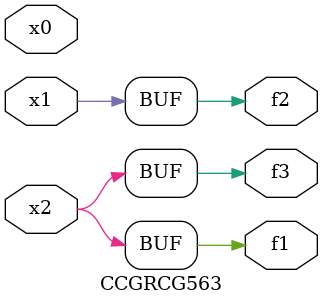
<source format=v>
module CCGRCG563(
	input x0, x1, x2,
	output f1, f2, f3
);
	assign f1 = x2;
	assign f2 = x1;
	assign f3 = x2;
endmodule

</source>
